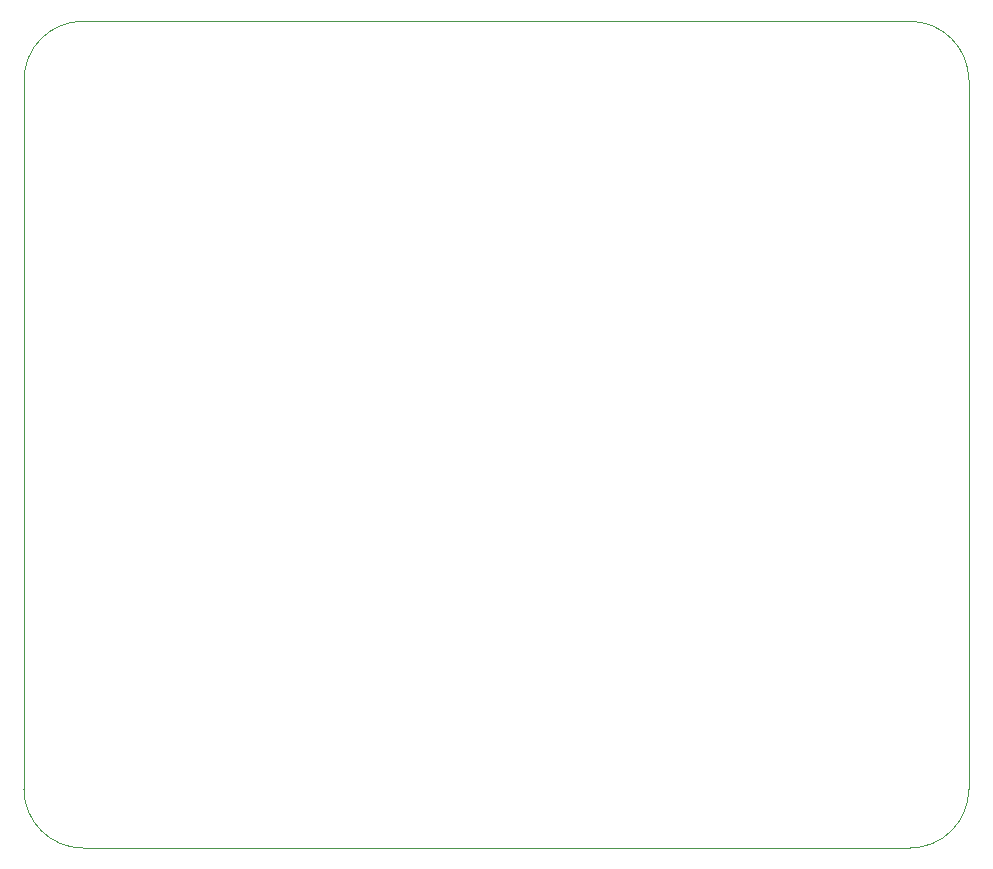
<source format=gm1>
G04 #@! TF.GenerationSoftware,KiCad,Pcbnew,5.99.0-unknown-2a2dc1c0ff~131~ubuntu21.04.1*
G04 #@! TF.CreationDate,2021-08-03T15:44:55+06:00*
G04 #@! TF.ProjectId,CM4IOv5,434d3449-4f76-4352-9e6b-696361645f70,rev?*
G04 #@! TF.SameCoordinates,Original*
G04 #@! TF.FileFunction,Profile,NP*
%FSLAX46Y46*%
G04 Gerber Fmt 4.6, Leading zero omitted, Abs format (unit mm)*
G04 Created by KiCad (PCBNEW 5.99.0-unknown-2a2dc1c0ff~131~ubuntu21.04.1) date 2021-08-03 15:44:55*
%MOMM*%
%LPD*%
G01*
G04 APERTURE LIST*
G04 #@! TA.AperFunction,Profile*
%ADD10C,0.050000*%
G04 #@! TD*
G04 APERTURE END LIST*
D10*
X141200000Y-105400000D02*
G75*
G03*
X146200000Y-100400000I0J5000000D01*
G01*
X146200000Y-40400000D02*
G75*
G03*
X141200000Y-35400000I-5000000J0D01*
G01*
X146200000Y-40400000D02*
X146200000Y-100400000D01*
X66200000Y-100400000D02*
G75*
G03*
X71200000Y-105400000I5000000J0D01*
G01*
X141200000Y-105400000D02*
X71200000Y-105400000D01*
X66200000Y-100400000D02*
X66200000Y-40400000D01*
X71200000Y-35400000D02*
G75*
G03*
X66200000Y-40400000I0J-5000000D01*
G01*
X71200000Y-35400000D02*
X141200000Y-35400000D01*
M02*

</source>
